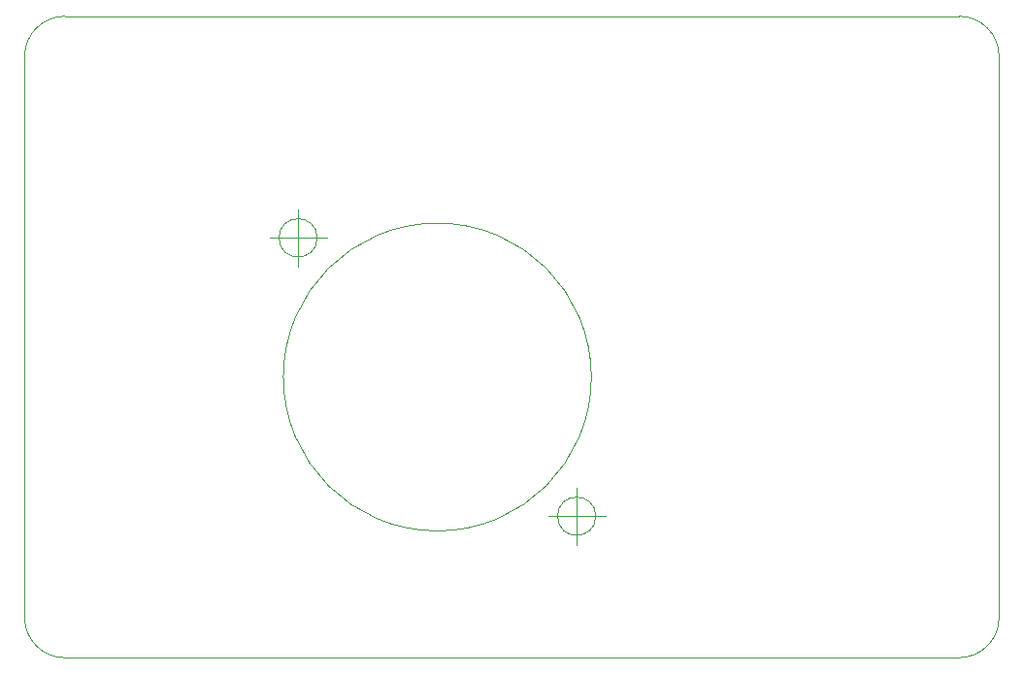
<source format=gbr>
%TF.GenerationSoftware,KiCad,Pcbnew,(6.0.0)*%
%TF.CreationDate,2022-01-09T15:33:56+08:00*%
%TF.ProjectId,orange_juice_board,6f72616e-6765-45f6-9a75-6963655f626f,rev?*%
%TF.SameCoordinates,Original*%
%TF.FileFunction,Profile,NP*%
%FSLAX46Y46*%
G04 Gerber Fmt 4.6, Leading zero omitted, Abs format (unit mm)*
G04 Created by KiCad (PCBNEW (6.0.0)) date 2022-01-09 15:33:56*
%MOMM*%
%LPD*%
G01*
G04 APERTURE LIST*
%TA.AperFunction,Profile*%
%ADD10C,0.050000*%
%TD*%
G04 APERTURE END LIST*
D10*
X108500000Y-65500000D02*
G75*
G03*
X105000000Y-69000000I-1J-3499999D01*
G01*
X190000000Y-69000000D02*
G75*
G03*
X186500000Y-65500000I-3499999J1D01*
G01*
X105000000Y-118000000D02*
G75*
G03*
X108500000Y-121500000I3499999J-1D01*
G01*
X186500000Y-121500000D02*
G75*
G03*
X190000000Y-118000000I1J3499999D01*
G01*
X108500000Y-65500000D02*
X186500000Y-65500000D01*
X190000000Y-69000000D02*
X190000000Y-118000000D01*
X154435029Y-97000000D02*
G75*
G03*
X154435029Y-97000000I-13435029J0D01*
G01*
X186500000Y-121500000D02*
X108500000Y-121500000D01*
X105000000Y-118000000D02*
X105000000Y-69000000D01*
X130516666Y-84850000D02*
G75*
G03*
X130516666Y-84850000I-1666666J0D01*
G01*
X126350000Y-84850000D02*
X131350000Y-84850000D01*
X128850000Y-82350000D02*
X128850000Y-87350000D01*
X154816666Y-109150000D02*
G75*
G03*
X154816666Y-109150000I-1666666J0D01*
G01*
X150650000Y-109150000D02*
X155650000Y-109150000D01*
X153150000Y-106650000D02*
X153150000Y-111650000D01*
M02*

</source>
